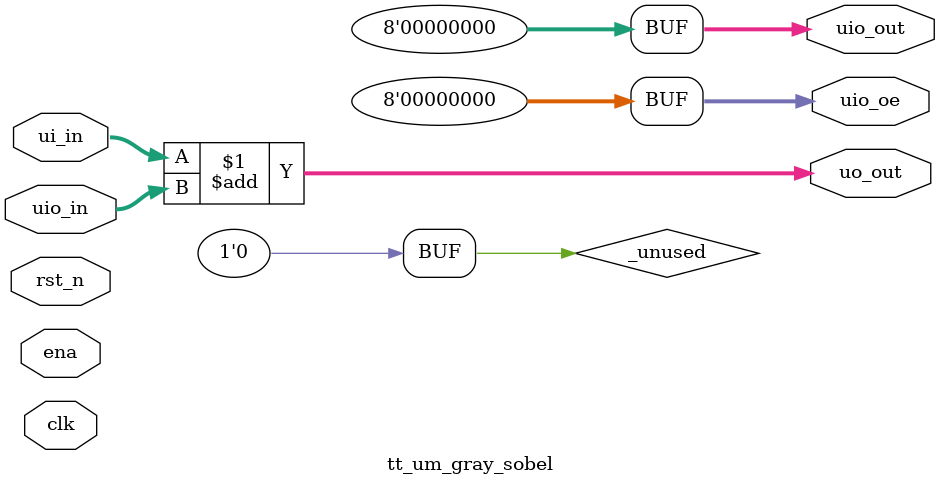
<source format=sv>
/*
 * Copyright (c) 2024 Your Name
 * SPDX-License-Identifier: Apache-2.0
 */

`default_nettype none

module tt_um_gray_sobel (
    input  wire [7:0] ui_in,    // Dedicated inputs
    output wire [7:0] uo_out,   // Dedicated outputs
    input  wire [7:0] uio_in,   // IOs: Input path
    output wire [7:0] uio_out,  // IOs: Output path
    output wire [7:0] uio_oe,   // IOs: Enable path (active high: 0=input, 1=output)
    input  wire       ena,      // always 1 when the design is powered, so you can ignore it
    input  wire       clk,      // clock
    input  wire       rst_n     // reset_n - low to reset
);

  // All output pins must be assigned. If not used, assign to 0.
  assign uo_out  = ui_in + uio_in;  // Example: ou_out is the sum of ui_in and uio_in
  assign uio_out = 0;
  assign uio_oe  = 0;

  // List all unused inputs to prevent warnings
  wire _unused = &{ena, clk, rst_n, 1'b0};

endmodule

</source>
